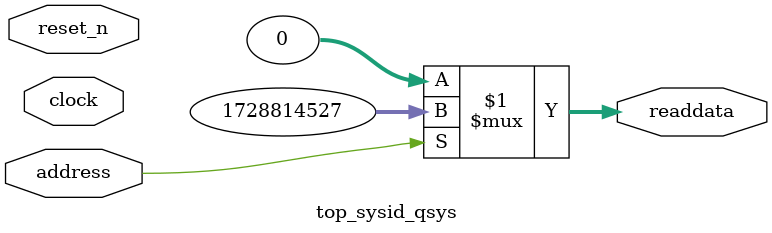
<source format=v>



// synthesis translate_off
`timescale 1ns / 1ps
// synthesis translate_on

// turn off superfluous verilog processor warnings 
// altera message_level Level1 
// altera message_off 10034 10035 10036 10037 10230 10240 10030 

module top_sysid_qsys (
               // inputs:
                address,
                clock,
                reset_n,

               // outputs:
                readdata
             )
;

  output  [ 31: 0] readdata;
  input            address;
  input            clock;
  input            reset_n;

  wire    [ 31: 0] readdata;
  //control_slave, which is an e_avalon_slave
  assign readdata = address ? 1728814527 : 0;

endmodule



</source>
